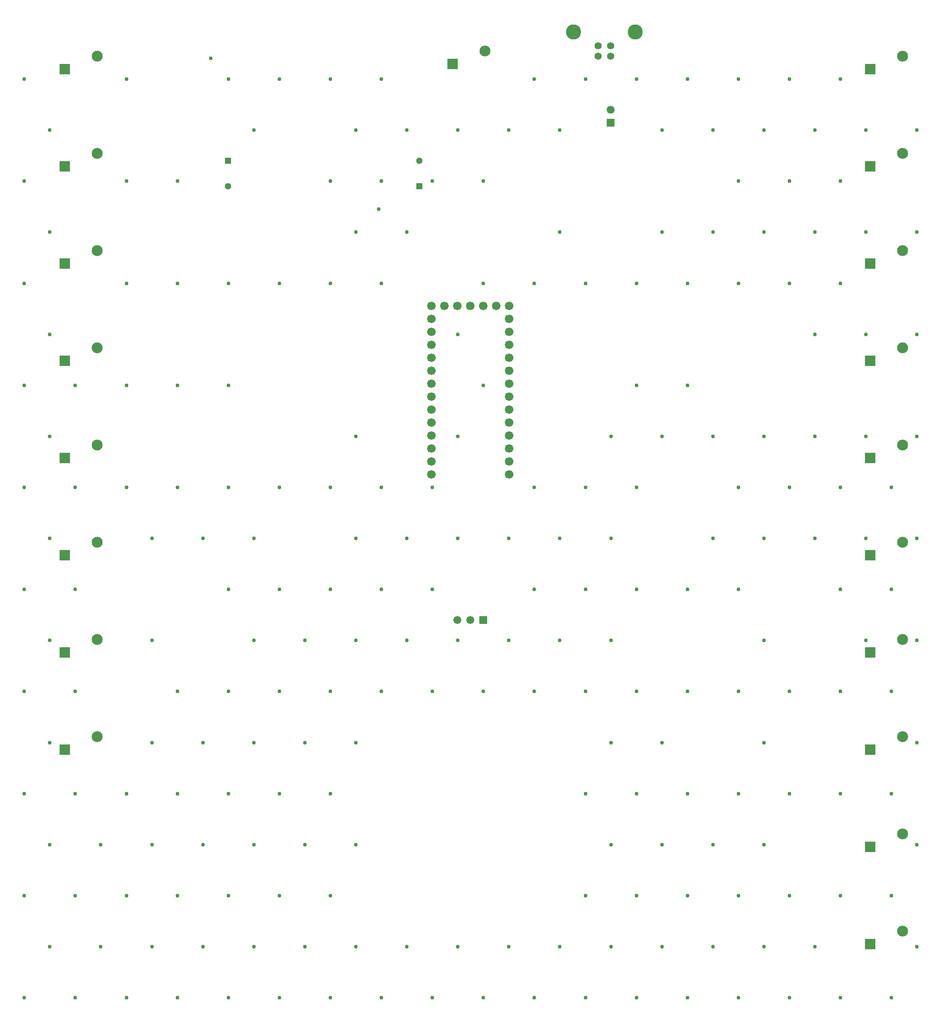
<source format=gts>
G04*
G04 #@! TF.GenerationSoftware,Altium Limited,Altium Designer,22.10.1 (41)*
G04*
G04 Layer_Color=8388736*
%FSLAX25Y25*%
%MOIN*%
G70*
G04*
G04 #@! TF.SameCoordinates,44C76E85-51F2-408D-B631-529058D5D606*
G04*
G04*
G04 #@! TF.FilePolarity,Negative*
G04*
G01*
G75*
%ADD13C,0.05118*%
%ADD14R,0.05118X0.05118*%
%ADD15C,0.06102*%
%ADD16R,0.06102X0.06102*%
%ADD17R,0.06102X0.06102*%
%ADD18C,0.06102*%
%ADD19C,0.11691*%
%ADD20C,0.05600*%
%ADD21C,0.06614*%
%ADD22R,0.08465X0.08465*%
%ADD23C,0.08465*%
%ADD24C,0.02953*%
D13*
X-187008Y482283D02*
D03*
X-39370Y501968D02*
D03*
D14*
X-187008D02*
D03*
X-39370Y482283D02*
D03*
D15*
X-10000Y147638D02*
D03*
X0D02*
D03*
D16*
X10000D02*
D03*
D17*
X108268Y531339D02*
D03*
D18*
Y541339D02*
D03*
D19*
X127047Y601221D02*
D03*
X79646D02*
D03*
D20*
X98425Y590551D02*
D03*
X108268D02*
D03*
X98425Y582677D02*
D03*
X108268D02*
D03*
D21*
X-30000Y359803D02*
D03*
Y389803D02*
D03*
Y379803D02*
D03*
Y369803D02*
D03*
Y349803D02*
D03*
Y339803D02*
D03*
Y329803D02*
D03*
Y319803D02*
D03*
Y309803D02*
D03*
Y299803D02*
D03*
Y289803D02*
D03*
Y279803D02*
D03*
Y269803D02*
D03*
Y259803D02*
D03*
X30000Y389803D02*
D03*
Y379803D02*
D03*
Y369803D02*
D03*
Y359803D02*
D03*
Y349803D02*
D03*
Y339803D02*
D03*
Y329803D02*
D03*
Y319803D02*
D03*
Y309803D02*
D03*
Y299803D02*
D03*
Y289803D02*
D03*
Y279803D02*
D03*
Y269803D02*
D03*
Y259803D02*
D03*
X-20000Y389803D02*
D03*
X-10000D02*
D03*
X0D02*
D03*
X10000D02*
D03*
X20000D02*
D03*
D22*
X-13924Y576459D02*
D03*
X308698Y-102479D02*
D03*
Y-27479D02*
D03*
Y47521D02*
D03*
Y122521D02*
D03*
Y197521D02*
D03*
Y272521D02*
D03*
Y347521D02*
D03*
Y422521D02*
D03*
Y497521D02*
D03*
Y572521D02*
D03*
X-313139Y47521D02*
D03*
Y122521D02*
D03*
Y197521D02*
D03*
Y272521D02*
D03*
Y347521D02*
D03*
Y422521D02*
D03*
Y497521D02*
D03*
Y572521D02*
D03*
D23*
X11076Y586459D02*
D03*
X333698Y-92479D02*
D03*
Y-17479D02*
D03*
Y57521D02*
D03*
Y132521D02*
D03*
Y207521D02*
D03*
Y282521D02*
D03*
Y357521D02*
D03*
Y432521D02*
D03*
Y507521D02*
D03*
Y582521D02*
D03*
X-288139Y57521D02*
D03*
Y132521D02*
D03*
Y207521D02*
D03*
Y282521D02*
D03*
Y357521D02*
D03*
Y432521D02*
D03*
Y507521D02*
D03*
Y582521D02*
D03*
D24*
X344626Y525447D02*
D03*
Y446707D02*
D03*
Y367967D02*
D03*
Y289227D02*
D03*
X324941Y249857D02*
D03*
X344626Y210487D02*
D03*
X324941Y171117D02*
D03*
X344626Y131746D02*
D03*
X324941Y92377D02*
D03*
X344626Y53006D02*
D03*
X324941Y13636D02*
D03*
X344626Y-25734D02*
D03*
X324941Y-65104D02*
D03*
X344626Y-104474D02*
D03*
X324941Y-143844D02*
D03*
X285571Y564817D02*
D03*
X305256Y525447D02*
D03*
X285571Y486077D02*
D03*
X305256Y446707D02*
D03*
X285571Y407337D02*
D03*
X305256Y367967D02*
D03*
Y289227D02*
D03*
X285571Y249857D02*
D03*
X305256Y210487D02*
D03*
X285571Y171117D02*
D03*
X305256Y131746D02*
D03*
X285571Y92377D02*
D03*
Y13636D02*
D03*
Y-65104D02*
D03*
Y-143844D02*
D03*
X246201Y564817D02*
D03*
X265886Y525447D02*
D03*
X246201Y486077D02*
D03*
X265886Y446707D02*
D03*
X246201Y407337D02*
D03*
X265886Y367967D02*
D03*
Y289227D02*
D03*
X246201Y249857D02*
D03*
X265886Y210487D02*
D03*
X246201Y92377D02*
D03*
Y13636D02*
D03*
Y-65104D02*
D03*
X265886Y-104474D02*
D03*
X246201Y-143844D02*
D03*
X206831Y564817D02*
D03*
X226516Y525447D02*
D03*
X206831Y486077D02*
D03*
X226516Y446707D02*
D03*
X206831Y407337D02*
D03*
X226516Y289227D02*
D03*
X206831Y249857D02*
D03*
X226516Y210487D02*
D03*
X206831Y171117D02*
D03*
X226516Y131746D02*
D03*
X206831Y92377D02*
D03*
X226516Y53006D02*
D03*
X206831Y13636D02*
D03*
X226516Y-25734D02*
D03*
X206831Y-65104D02*
D03*
X226516Y-104474D02*
D03*
X206831Y-143844D02*
D03*
X167461Y564817D02*
D03*
X187146Y525447D02*
D03*
Y446707D02*
D03*
X167461Y407337D02*
D03*
Y328597D02*
D03*
X187146Y289227D02*
D03*
Y210487D02*
D03*
X167461Y171117D02*
D03*
Y92377D02*
D03*
Y13636D02*
D03*
X187146Y-25734D02*
D03*
X167461Y-65104D02*
D03*
X187146Y-104474D02*
D03*
X167461Y-143844D02*
D03*
X128091Y564817D02*
D03*
X147776Y525447D02*
D03*
Y446707D02*
D03*
X128091Y407337D02*
D03*
Y328597D02*
D03*
X147776Y289227D02*
D03*
X128091Y249857D02*
D03*
Y171117D02*
D03*
Y92377D02*
D03*
X147776Y53006D02*
D03*
X128091Y13636D02*
D03*
X147776Y-25734D02*
D03*
X128091Y-65104D02*
D03*
X147776Y-104474D02*
D03*
X128091Y-143844D02*
D03*
X88721Y564817D02*
D03*
Y407337D02*
D03*
X108406Y289227D02*
D03*
X88721Y249857D02*
D03*
X108406Y210487D02*
D03*
X88721Y171117D02*
D03*
X108406Y131746D02*
D03*
X88721Y92377D02*
D03*
X108406Y53006D02*
D03*
X88721Y13636D02*
D03*
X108406Y-25734D02*
D03*
X88721Y-65104D02*
D03*
X108406Y-104474D02*
D03*
X88721Y-143844D02*
D03*
X49351Y564817D02*
D03*
X69036Y525447D02*
D03*
Y446707D02*
D03*
X49351Y407337D02*
D03*
Y249857D02*
D03*
X69036Y210487D02*
D03*
X49351Y171117D02*
D03*
X69036Y131746D02*
D03*
X49351Y92377D02*
D03*
X69036Y-104474D02*
D03*
X49351Y-143844D02*
D03*
X29666Y525447D02*
D03*
X9981Y486077D02*
D03*
Y407337D02*
D03*
Y328597D02*
D03*
X29666Y210487D02*
D03*
Y131746D02*
D03*
X9981Y92377D02*
D03*
X29666Y-104474D02*
D03*
X9981Y-143844D02*
D03*
X-9704Y525447D02*
D03*
X-29389Y486077D02*
D03*
X-9704Y367967D02*
D03*
Y289227D02*
D03*
X-29389Y249857D02*
D03*
X-9704Y210487D02*
D03*
X-29389Y171117D02*
D03*
X-9704Y131746D02*
D03*
X-29389Y92377D02*
D03*
X-9704Y-104474D02*
D03*
X-29389Y-143844D02*
D03*
X-68759Y564817D02*
D03*
X-49074Y525447D02*
D03*
X-68759Y486077D02*
D03*
X-49074Y446707D02*
D03*
X-68759Y407337D02*
D03*
Y249857D02*
D03*
X-49074Y210487D02*
D03*
X-68759Y171117D02*
D03*
X-49074Y131746D02*
D03*
X-68759Y92377D02*
D03*
X-49074Y-104474D02*
D03*
X-68759Y-143844D02*
D03*
X-108129Y564817D02*
D03*
X-88444Y525447D02*
D03*
X-108129Y486077D02*
D03*
X-88444Y446707D02*
D03*
X-108129Y407337D02*
D03*
X-88444Y289227D02*
D03*
X-108129Y249857D02*
D03*
X-88444Y210487D02*
D03*
X-108129Y171117D02*
D03*
X-88444Y131746D02*
D03*
X-108129Y92377D02*
D03*
X-88444Y53006D02*
D03*
X-108129Y13636D02*
D03*
X-88444Y-25734D02*
D03*
X-108129Y-65104D02*
D03*
X-88444Y-104474D02*
D03*
X-108129Y-143844D02*
D03*
X-147500Y564817D02*
D03*
Y407337D02*
D03*
Y249857D02*
D03*
Y171117D02*
D03*
X-127814Y131746D02*
D03*
X-147500Y92377D02*
D03*
X-127814Y53006D02*
D03*
X-147500Y13636D02*
D03*
X-127814Y-25734D02*
D03*
X-147500Y-65104D02*
D03*
X-127814Y-104474D02*
D03*
X-147500Y-143844D02*
D03*
X-186870Y564817D02*
D03*
X-167184Y525447D02*
D03*
X-186870Y407337D02*
D03*
Y328597D02*
D03*
Y249857D02*
D03*
X-167184Y210487D02*
D03*
X-186870Y171117D02*
D03*
X-167184Y131746D02*
D03*
X-186870Y92377D02*
D03*
X-167184Y53006D02*
D03*
X-186870Y13636D02*
D03*
X-167184Y-25734D02*
D03*
X-186870Y-65104D02*
D03*
X-167184Y-104474D02*
D03*
X-186870Y-143844D02*
D03*
X-226240Y486077D02*
D03*
Y407337D02*
D03*
Y328597D02*
D03*
Y249857D02*
D03*
X-206555Y210487D02*
D03*
X-226240Y92377D02*
D03*
X-206555Y53006D02*
D03*
X-226240Y13636D02*
D03*
X-206555Y-25734D02*
D03*
X-226240Y-65104D02*
D03*
X-206555Y-104474D02*
D03*
X-226240Y-143844D02*
D03*
X-265610Y564817D02*
D03*
Y486077D02*
D03*
Y407337D02*
D03*
Y328597D02*
D03*
Y249857D02*
D03*
X-245925Y210487D02*
D03*
Y131746D02*
D03*
Y53006D02*
D03*
X-265610Y13636D02*
D03*
X-245925Y-25734D02*
D03*
X-265610Y-65104D02*
D03*
X-245925Y-104474D02*
D03*
X-265610Y-143844D02*
D03*
X-304980Y328597D02*
D03*
Y249857D02*
D03*
Y171117D02*
D03*
Y92377D02*
D03*
Y13636D02*
D03*
X-285295Y-25734D02*
D03*
X-304980Y-65104D02*
D03*
X-285295Y-104474D02*
D03*
X-304980Y-143844D02*
D03*
X-344350Y564817D02*
D03*
X-324665Y525447D02*
D03*
X-344350Y486077D02*
D03*
X-324665Y446707D02*
D03*
X-344350Y407337D02*
D03*
X-324665Y367967D02*
D03*
X-344350Y328597D02*
D03*
X-324665Y289227D02*
D03*
X-344350Y249857D02*
D03*
X-324665Y210487D02*
D03*
X-344350Y171117D02*
D03*
X-324665Y131746D02*
D03*
X-344350Y92377D02*
D03*
X-324665Y53006D02*
D03*
X-344350Y13636D02*
D03*
X-324665Y-25734D02*
D03*
X-344350Y-65104D02*
D03*
X-324665Y-104474D02*
D03*
X-344350Y-143844D02*
D03*
X-200571Y580873D02*
D03*
X-70866Y464567D02*
D03*
M02*

</source>
